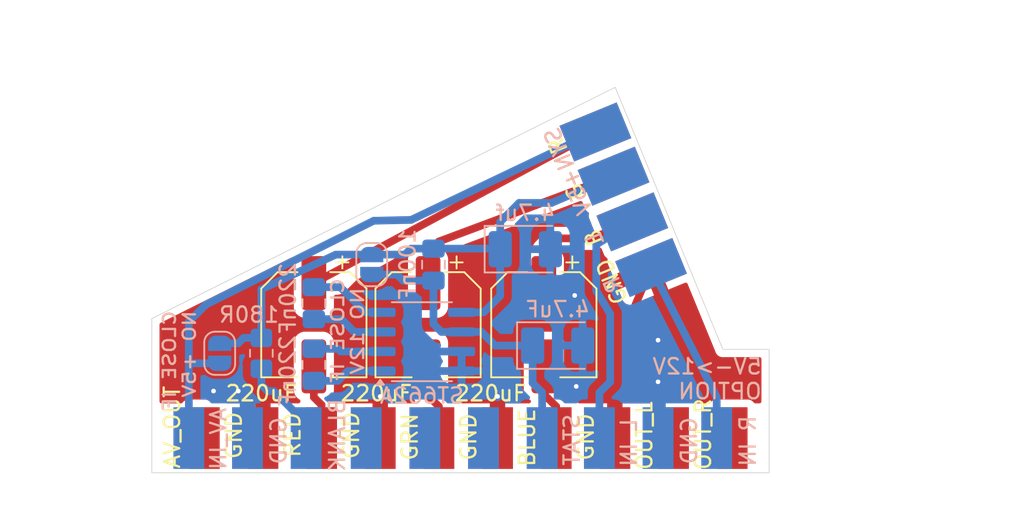
<source format=kicad_pcb>
(kicad_pcb (version 20240108) (generator "pcbnew") (generator_version "8.0")
  (layers (0 "F.Cu" signal) (31 "B.Cu" signal) (34 "B.Paste" user) (35 "F.Paste" user) (36 "B.SilkS" user "B.Silkscreen") (37 "F.SilkS" user "F.Silkscreen") (38 "B.Mask" user) (39 "F.Mask" user) (44 "Edge.Cuts" user))
  (net 0 "")
  (net 1 "/RED_IN")
  (net 2 "/RGB_RED")
  (net 3 "/RGB_GREEN")
  (net 4 "/GREEN_IN")
  (net 5 "/RGB_BLUE")
  (net 6 "/BLUE_IN")
  (net 7 "Net-(U1-C1+)")
  (net 8 "Net-(U1-C1-)")
  (net 9 "Net-(U1-C2+)")
  (net 10 "Net-(U1-C2-)")
  (net 11 "+5V")
  (net 12 "/STATUS_ASPECT")
  (net 13 "GND")
  (net 14 "/AUDIO_IN_R")
  (net 15 "/COMPOSITE_VIDEO_OUT")
  (net 17 "/AUDIO_OUT_R")
  (net 18 "/AUDIO_IN_L_MONO")
  (net 19 "/AUDIO_OUT_L_MONO")
  (net 20 "/COMPOSITE_VIDEO_IN")
  (net 23 "/BLANKING")
  (footprint "Capacitor_SMD:CP_Elec_6.3x3.9" (layer "F.Cu") (at 90.9 93.9 -90)
    (property "Reference" "C2")
    (property "Value" "220uF" (at 4.45 3.35 180) (layer "F.SilkS"))
    (fp_line (start -2.345563 3.41) (end 3.41 3.41) (stroke (width 0.12)) (layer "F.SilkS"))
    (fp_line (start 3.41 3.41) (end 3.41 1.06) (stroke (width 0.12)) (layer "F.SilkS"))
    (fp_line (start -3.41 2.345563) (end -2.345563 3.41) (stroke (width 0.12)) (layer "F.SilkS"))
    (fp_line (start -3.41 2.345563) (end -3.41 1.06) (stroke (width 0.12)) (layer "F.SilkS"))
    (fp_line (start -4.4375 -1.8475) (end -3.65 -1.8475) (stroke (width 0.12)) (layer "F.SilkS"))
    (fp_line (start -4.04375 -2.24125) (end -4.04375 -1.45375) (stroke (width 0.12)) (layer "F.SilkS"))
    (fp_line (start -3.41 -2.345563) (end -3.41 -1.06) (stroke (width 0.12)) (layer "F.SilkS"))
    (fp_line (start -3.41 -2.345563) (end -2.345563 -3.41) (stroke (width 0.12)) (layer "F.SilkS"))
    (fp_line (start -2.345563 -3.41) (end 3.41 -3.41) (stroke (width 0.12)) (layer "F.SilkS"))
    (fp_line (start 3.41 -3.41) (end 3.41 -1.06) (stroke (width 0.12)) (layer "F.SilkS"))
    (pad "1" smd roundrect (at -2.7 0 270) (size 3.5 1.6) (layers "F.Cu" "F.Paste" "F.Mask") (roundrect_rratio 0.15625) (net 4 "/GREEN_IN"))
    (pad "2" smd roundrect (at 2.7 0 270) (size 3.5 1.6) (layers "F.Cu" "F.Paste" "F.Mask") (roundrect_rratio 0.15625) (net 3 "/RGB_GREEN"))
  )
  (footprint "Capacitor_SMD:CP_Elec_6.3x3.9" (layer "F.Cu") (at 83.5 93.9 -90)
    (property "Reference" "C1")
    (property "Value" "220uF" (at 4.45 3.4 180) (layer "F.SilkS"))
    (fp_line (start -2.345563 3.41) (end 3.41 3.41) (stroke (width 0.12)) (layer "F.SilkS"))
    (fp_line (start 3.41 3.41) (end 3.41 1.06) (stroke (width 0.12)) (layer "F.SilkS"))
    (fp_line (start -3.41 2.345563) (end -2.345563 3.41) (stroke (width 0.12)) (layer "F.SilkS"))
    (fp_line (start -3.41 2.345563) (end -3.41 1.06) (stroke (width 0.12)) (layer "F.SilkS"))
    (fp_line (start -4.4375 -1.8475) (end -3.65 -1.8475) (stroke (width 0.12)) (layer "F.SilkS"))
    (fp_line (start -4.04375 -2.24125) (end -4.04375 -1.45375) (stroke (width 0.12)) (layer "F.SilkS"))
    (fp_line (start -3.41 -2.345563) (end -3.41 -1.06) (stroke (width 0.12)) (layer "F.SilkS"))
    (fp_line (start -3.41 -2.345563) (end -2.345563 -3.41) (stroke (width 0.12)) (layer "F.SilkS"))
    (fp_line (start -2.345563 -3.41) (end 3.41 -3.41) (stroke (width 0.12)) (layer "F.SilkS"))
    (fp_line (start 3.41 -3.41) (end 3.41 -1.06) (stroke (width 0.12)) (layer "F.SilkS"))
    (pad "1" smd roundrect (at -2.7 0 270) (size 3.5 1.6) (layers "F.Cu" "F.Paste" "F.Mask") (roundrect_rratio 0.15625) (net 1 "/RED_IN"))
    (pad "2" smd roundrect (at 2.7 0 270) (size 3.5 1.6) (layers "F.Cu" "F.Paste" "F.Mask") (roundrect_rratio 0.15625) (net 2 "/RGB_RED"))
  )
  (footprint "SCART:SCART_Cutdown" (layer "F.Cu") (at 76.39 103.25)
    (property "Reference" "J1")
    (property "Value" "SCART-F")
    (pad "1" smd rect (at 34.21 -2) (size 2 4) (layers "F.Cu" "F.Paste" "F.Mask") (net 17 "/AUDIO_OUT_R"))
    (pad "2" smd rect (at 33.21 -2) (size 2 4) (layers "B.Cu" "B.Paste" "B.Mask") (net 14 "/AUDIO_IN_R"))
    (pad "3" smd rect (at 30.41 -2) (size 2 4) (layers "F.Cu" "F.Paste" "F.Mask") (net 19 "/AUDIO_OUT_L_MONO"))
    (pad "4" smd rect (at 29.41 -2) (size 2 4) (layers "B.Cu" "B.Paste" "B.Mask") (net 13 "GND"))
    (pad "5" smd rect (at 26.61 -2) (size 2 4) (layers "F.Cu" "F.Paste" "F.Mask") (net 13 "GND"))
    (pad "6" smd rect (at 25.61 -2) (size 2 4) (layers "B.Cu" "B.Paste" "B.Mask") (net 18 "/AUDIO_IN_L_MONO"))
    (pad "7" smd rect (at 22.81 -2) (size 2 4) (layers "F.Cu" "F.Paste" "F.Mask") (net 5 "/RGB_BLUE"))
    (pad "8" smd rect (at 21.9 -2) (size 2 4) (layers "B.Cu" "B.Paste" "B.Mask") (net 12 "/STATUS_ASPECT"))
    (pad "9" smd rect (at 19.01 -2) (size 2 4) (layers "F.Cu" "F.Paste" "F.Mask") (net 13 "GND"))
    (pad "10" smd rect (at 18.1 -2) (size 2 4) (layers "B.Cu" "B.Paste" "B.Mask"))
    (pad "11" smd rect (at 15.21 -2) (size 2 4) (layers "F.Cu" "F.Paste" "F.Mask") (net 3 "/RGB_GREEN"))
    (pad "12" smd rect (at 14.3 -2) (size 2 4) (layers "B.Cu" "B.Paste" "B.Mask"))
    (pad "13" smd rect (at 11.41 -2) (size 2 4) (layers "F.Cu" "F.Paste" "F.Mask") (net 13 "GND"))
    (pad "14" smd rect (at 10.5 -2) (size 2 4) (layers "B.Cu" "B.Paste" "B.Mask"))
    (pad "15" smd rect (at 7.61 -2) (size 2 4) (layers "F.Cu" "F.Paste" "F.Mask") (net 2 "/RGB_RED"))
    (pad "16" smd rect (at 6.61 -2) (size 2 4) (layers "B.Cu" "B.Paste" "B.Mask") (net 23 "/BLANKING"))
    (pad "17" smd rect (at 3.81 -2) (size 2 4) (layers "F.Cu" "F.Paste" "F.Mask") (net 13 "GND"))
    (pad "18" smd rect (at 2.81 -2) (size 2 4) (layers "B.Cu" "B.Paste" "B.Mask") (net 13 "GND"))
    (pad "19" smd rect (at 0.01 -2) (size 2 4) (layers "F.Cu" "F.Paste" "F.Mask") (net 15 "/COMPOSITE_VIDEO_OUT"))
    (pad "20" smd rect (at -0.99 -2) (size 2 4) (layers "B.Cu" "B.Paste" "B.Mask") (net 20 "/COMPOSITE_VIDEO_IN"))
  )
  (footprint "SCART:SCART_In" (layer "F.Cu") (at 97.395064 89.773123 112.3)
    (property "Reference" "J2")
    (property "Value" "SCART Cable")
    (fp_text user "SYN" (at 7.499999 5.199999 112.3) (layer "B.SilkS") (effects (justify left bottom mirror)))
    (fp_text user "+5V" (at 4.600001 5.2 112.3) (layer "B.SilkS") (effects (justify left bottom mirror)))
    (fp_text user "R" (at -2.9 5.100002 112.3) (layer "B.SilkS") (effects (justify left bottom mirror)))
    (fp_text user "L" (at 0.2 5.100001 112.3) (layer "B.SilkS") (effects (justify left bottom mirror)))
    (fp_text user "G" (at 2.4 5.1 112.3) (layer "F.SilkS") (effects (justify left bottom)))
    (fp_text user "GND" (at -4.899999 5.100001 112.3) (layer "F.SilkS") (effects (justify left bottom)))
    (fp_text user "B" (at -0.799999 5.1 112.3) (layer "F.SilkS") (effects (justify left bottom)))
    (fp_text user "R" (at 5.600001 5.200001 112.3) (layer "F.SilkS") (effects (justify left bottom)))
    (pad "1" smd rect (at 6.099999 7.2 202.3) (size 4 2.5) (layers "F.Cu" "F.Paste" "F.Mask") (net 1 "/RED_IN"))
    (pad "2" smd rect (at 3.000001 7.2 202.3) (size 4 2.5) (layers "F.Cu" "F.Paste" "F.Mask") (net 4 "/GREEN_IN"))
    (pad "3" smd rect (at -0.199999 7.200001 202.3) (size 4 2.5) (layers "F.Cu" "F.Paste" "F.Mask") (net 6 "/BLUE_IN"))
    (pad "4" smd rect (at -3.4 7.199999 202.3) (size 4 2.5) (layers "F.Cu" "F.Paste" "F.Mask") (net 13 "GND"))
    (pad "5" smd rect (at 6.099999 7.2 202.3) (size 4 2.5) (layers "B.Cu" "B.Paste" "B.Mask") (net 20 "/COMPOSITE_VIDEO_IN"))
    (pad "6" smd rect (at 3.000001 7.2 202.3) (size 4 2.5) (layers "B.Cu" "B.Paste" "B.Mask") (net 11 "+5V"))
    (pad "7" smd rect (at -0.199999 7.200001 202.3) (size 4 2.5) (layers "B.Cu" "B.Paste" "B.Mask") (net 18 "/AUDIO_IN_L_MONO"))
    (pad "8" smd rect (at -3.4 7.199999 202.3) (size 4 2.5) (layers "B.Cu" "B.Paste" "B.Mask") (net 14 "/AUDIO_IN_R"))
  )
  (footprint "Capacitor_SMD:CP_Elec_6.3x3.9" (layer "F.Cu") (at 98.4 93.9 -90)
    (property "Reference" "C3")
    (property "Value" "220uF" (at 4.45 3.45 0) (layer "F.SilkS"))
    (fp_line (start -2.345563 3.41) (end 3.41 3.41) (stroke (width 0.12)) (layer "F.SilkS"))
    (fp_line (start 3.41 3.41) (end 3.41 1.06) (stroke (width 0.12)) (layer "F.SilkS"))
    (fp_line (start -3.41 2.345563) (end -2.345563 3.41) (stroke (width 0.12)) (layer "F.SilkS"))
    (fp_line (start -3.41 2.345563) (end -3.41 1.06) (stroke (width 0.12)) (layer "F.SilkS"))
    (fp_line (start -4.4375 -1.8475) (end -3.65 -1.8475) (stroke (width 0.12)) (layer "F.SilkS"))
    (fp_line (start -4.04375 -2.24125) (end -4.04375 -1.45375) (stroke (width 0.12)) (layer "F.SilkS"))
    (fp_line (start -3.41 -2.345563) (end -3.41 -1.06) (stroke (width 0.12)) (layer "F.SilkS"))
    (fp_line (start -3.41 -2.345563) (end -2.345563 -3.41) (stroke (width 0.12)) (layer "F.SilkS"))
    (fp_line (start -2.345563 -3.41) (end 3.41 -3.41) (stroke (width 0.12)) (layer "F.SilkS"))
    (fp_line (start 3.41 -3.41) (end 3.41 -1.06) (stroke (width 0.12)) (layer "F.SilkS"))
    (pad "1" smd roundrect (at -2.7 0 270) (size 3.5 1.6) (layers "F.Cu" "F.Paste" "F.Mask") (roundrect_rratio 0.15625) (net 6 "/BLUE_IN"))
    (pad "2" smd roundrect (at 2.7 0 270) (size 3.5 1.6) (layers "F.Cu" "F.Paste" "F.Mask") (roundrect_rratio 0.15625) (net 5 "/RGB_BLUE"))
  )
  (footprint "Jumper:SolderJumper-2_P1.3mm_Open_RoundedPad1.0x1.5mm" (layer "B.Cu") (at 77.4 95.75 -90)
    (property "Reference" "JP4")
    (property "Value" "SolderJumper_2_Open")
    (fp_line (start 0.7 1) (end -0.7 1) (stroke (width 0.12)) (layer "B.SilkS"))
    (fp_line (start -1.4 0.3) (end -1.4 -0.3) (stroke (width 0.12)) (layer "B.SilkS"))
    (fp_line (start 1.4 -0.3) (end 1.4 0.3) (stroke (width 0.12)) (layer "B.SilkS"))
    (fp_line (start -0.7 -1) (end 0.7 -1) (stroke (width 0.12)) (layer "B.SilkS"))
    (fp_arc (start -0.7 1) (mid -1.194975 0.794975) (end -1.4 0.3) (stroke (width 0.12)) (layer "B.SilkS"))
    (fp_arc (start 1.4 0.3) (mid 1.194975 0.794975) (end 0.7 1) (stroke (width 0.12)) (layer "B.SilkS"))
    (fp_arc (start -1.4 -0.3) (mid -1.194975 -0.794975) (end -0.7 -1) (stroke (width 0.12)) (layer "B.SilkS"))
    (fp_arc (start 0.7 -1) (mid 1.194975 -0.794975) (end 1.4 -0.3) (stroke (width 0.12)) (layer "B.SilkS"))
    (pad "1" smd custom (at -0.65 0 270) (size 1 0.5) (layers "B.Cu" "B.Mask") (net 11 "+5V") (options (clearance outline) (anchor rect)) (primitives (gr_circle (center 0 -0.25) (end 0.5 -0.25) (width 0) (fill yes)) (gr_circle (center 0 0.25) (end 0.5 0.25) (width 0) (fill yes)) (gr_poly (pts (xy 0.5 -0.75) (xy 0 -0.75) (xy 0 0.75) (xy 0.5 0.75)) (width 0) (fill yes))))
    (pad "2" smd custom (at 0.65 0 270) (size 1 0.5) (layers "B.Cu" "B.Mask") (net 20 "/COMPOSITE_VIDEO_IN") (options (clearance outline) (anchor rect)) (primitives (gr_circle (center 0 -0.25) (end 0.5 -0.25) (width 0) (fill yes)) (gr_circle (center 0 0.25) (end 0.5 0.25) (width 0) (fill yes)) (gr_poly (pts (xy 0 -0.75) (xy -0.5 -0.75) (xy -0.5 0.75) (xy 0 0.75)) (width 0) (fill yes))))
  )
  (footprint "Jumper:SolderJumper-2_P1.3mm_Open_RoundedPad1.0x1.5mm" (layer "B.Cu") (at 87.25 90 90)
    (property "Reference" "JP5")
    (property "Value" "SolderJumper_2_Open")
    (fp_line (start -0.7 -1) (end 0.7 -1) (stroke (width 0.12)) (layer "B.SilkS"))
    (fp_line (start 1.4 -0.3) (end 1.4 0.3) (stroke (width 0.12)) (layer "B.SilkS"))
    (fp_line (start -1.4 0.3) (end -1.4 -0.3) (stroke (width 0.12)) (layer "B.SilkS"))
    (fp_line (start 0.7 1) (end -0.7 1) (stroke (width 0.12)) (layer "B.SilkS"))
    (fp_arc (start 0.7 -1) (mid 1.194975 -0.794975) (end 1.4 -0.3) (stroke (width 0.12)) (layer "B.SilkS"))
    (fp_arc (start -1.4 -0.3) (mid -1.194975 -0.794975) (end -0.7 -1) (stroke (width 0.12)) (layer "B.SilkS"))
    (fp_arc (start 1.4 0.3) (mid 1.194975 0.794975) (end 0.7 1) (stroke (width 0.12)) (layer "B.SilkS"))
    (fp_arc (start -0.7 1) (mid -1.194975 0.794975) (end -1.4 0.3) (stroke (width 0.12)) (layer "B.SilkS"))
    (pad "1" smd custom (at -0.65 0 90) (size 1 0.5) (layers "B.Cu" "B.Mask") (net 12 "/STATUS_ASPECT") (options (clearance outline) (anchor rect)) (primitives (gr_circle (center 0 -0.25) (end 0.5 -0.25) (width 0) (fill yes)) (gr_circle (center 0 0.25) (end 0.5 0.25) (width 0) (fill yes)) (gr_poly (pts (xy 0.5 -0.75) (xy 0 -0.75) (xy 0 0.75) (xy 0.5 0.75)) (width 0) (fill yes))))
    (pad "2" smd custom (at 0.65 0 90) (size 1 0.5) (layers "B.Cu" "B.Mask") (net 11 "+5V") (options (clearance outline) (anchor rect)) (primitives (gr_circle (center 0 -0.25) (end 0.5 -0.25) (width 0) (fill yes)) (gr_circle (center 0 0.25) (end 0.5 0.25) (width 0) (fill yes)) (gr_poly (pts (xy 0 -0.75) (xy -0.5 -0.75) (xy -0.5 0.75) (xy 0 0.75)) (width 0) (fill yes))))
  )
  (footprint "Capacitor_SMD:C_0805_2012Metric_Pad1.18x1.45mm_HandSolder" (layer "B.Cu") (at 83.5 92.5 90)
    (property "Reference" "C5")
    (property "Value" "220nF" (at 0.3 -1.68 90) (layer "B.SilkS") (effects (justify mirror)))
    (fp_line (start 0.261252 -0.735) (end -0.261252 -0.735) (stroke (width 0.12)) (layer "B.SilkS"))
    (fp_line (start 0.261252 0.735) (end -0.261252 0.735) (stroke (width 0.12)) (layer "B.SilkS"))
    (pad "1" smd roundrect (at -1.0375 0 90) (size 1.175 1.45) (layers "B.Cu" "B.Paste" "B.Mask") (roundrect_rratio 0.212766) (net 10 "Net-(U1-C2-)"))
    (pad "2" smd roundrect (at 1.0375 0 90) (size 1.175 1.45) (layers "B.Cu" "B.Paste" "B.Mask") (roundrect_rratio 0.212766) (net 9 "Net-(U1-C2+)"))
  )
  (footprint "Capacitor_Tantalum_SMD:CP_EIA-3528-21_Kemet-B_Pad1.50x2.35mm_HandSolder" (layer "B.Cu") (at 97.2 89)
    (property "Reference" "C7" (hide yes))
    (property "Value" "4.7uf" (at 0 -2.35 0) (layer "B.SilkS") (effects (justify mirror)))
    (fp_line (start -2.635 -1.51) (end -2.635 1.51) (stroke (width 0.12)) (layer "B.SilkS"))
    (fp_line (start -2.635 1.51) (end 1.75 1.51) (stroke (width 0.12)) (layer "B.SilkS"))
    (fp_line (start 1.75 -1.51) (end -2.635 -1.51) (stroke (width 0.12)) (layer "B.SilkS"))
    (pad "1" smd roundrect (at -1.625 0) (size 1.5 2.35) (layers "B.Cu" "B.Paste" "B.Mask") (roundrect_rratio 0.166667) (net 11 "+5V"))
    (pad "2" smd roundrect (at 1.625 0) (size 1.5 2.35) (layers "B.Cu" "B.Paste" "B.Mask") (roundrect_rratio 0.166667) (net 13 "GND"))
  )
  (footprint "Capacitor_SMD:C_0805_2012Metric_Pad1.18x1.45mm_HandSolder" (layer "B.Cu") (at 83.5 96.5 90)
    (property "Reference" "C4")
    (property "Value" "220nF" (at -0.4 -1.7 90) (layer "B.SilkS") (effects (justify mirror)))
    (fp_line (start 0.261252 -0.735) (end -0.261252 -0.735) (stroke (width 0.12)) (layer "B.SilkS"))
    (fp_line (start 0.261252 0.735) (end -0.261252 0.735) (stroke (width 0.12)) (layer "B.SilkS"))
    (pad "1" smd roundrect (at -1.0375 0 90) (size 1.175 1.45) (layers "B.Cu" "B.Paste" "B.Mask") (roundrect_rratio 0.212766) (net 8 "Net-(U1-C1-)"))
    (pad "2" smd roundrect (at 1.0375 0 90) (size 1.175 1.45) (layers "B.Cu" "B.Paste" "B.Mask") (roundrect_rratio 0.212766) (net 7 "Net-(U1-C1+)"))
  )
  (footprint "Capacitor_SMD:C_0805_2012Metric_Pad1.18x1.45mm_HandSolder" (layer "B.Cu") (at 91.25 90 90)
    (property "Reference" "C6")
    (property "Value" "100nF" (at 0 -1.68 90) (layer "B.SilkS") (effects (justify mirror)))
    (fp_line (start 0.261252 -0.735) (end -0.261252 -0.735) (stroke (width 0.12)) (layer "B.SilkS"))
    (fp_line (start 0.261252 0.735) (end -0.261252 0.735) (stroke (width 0.12)) (layer "B.SilkS"))
    (pad "1" smd roundrect (at -1.0375 0 90) (size 1.175 1.45) (layers "B.Cu" "B.Paste" "B.Mask") (roundrect_rratio 0.212766) (net 12 "/STATUS_ASPECT"))
    (pad "2" smd roundrect (at 1.0375 0 90) (size 1.175 1.45) (layers "B.Cu" "B.Paste" "B.Mask") (roundrect_rratio 0.212766) (net 11 "+5V"))
  )
  (footprint "Resistor_SMD:R_0805_2012Metric_Pad1.20x1.40mm_HandSolder" (layer "B.Cu") (at 80.1 95.75 90)
    (property "Reference" "R1")
    (property "Value" "180R" (at 2.5 -0.8 0) (layer "B.SilkS") (effects (justify mirror)))
    (fp_line (start 0.227064 -0.735) (end -0.227064 -0.735) (stroke (width 0.12)) (layer "B.SilkS"))
    (fp_line (start 0.227064 0.735) (end -0.227064 0.735) (stroke (width 0.12)) (layer "B.SilkS"))
    (pad "1" smd roundrect (at -1 0 90) (size 1.2 1.4) (layers "B.Cu" "B.Paste" "B.Mask") (roundrect_rratio 0.208333) (net 23 "/BLANKING"))
    (pad "2" smd roundrect (at 1 0 90) (size 1.2 1.4) (layers "B.Cu" "B.Paste" "B.Mask") (roundrect_rratio 0.208333) (net 11 "+5V"))
  )
  (footprint "Capacitor_Tantalum_SMD:CP_EIA-3528-21_Kemet-B_Pad1.50x2.35mm_HandSolder" (layer "B.Cu") (at 99.3 95.25)
    (property "Reference" "C8" (hide yes))
    (property "Value" "4.7uF" (at 0 -2.35 0) (layer "B.SilkS") (effects (justify mirror)))
    (fp_line (start -2.635 -1.51) (end -2.635 1.51) (stroke (width 0.12)) (layer "B.SilkS"))
    (fp_line (start -2.635 1.51) (end 1.75 1.51) (stroke (width 0.12)) (layer "B.SilkS"))
    (fp_line (start 1.75 -1.51) (end -2.635 -1.51) (stroke (width 0.12)) (layer "B.SilkS"))
    (pad "1" smd roundrect (at -1.625 0) (size 1.5 2.35) (layers "B.Cu" "B.Paste" "B.Mask") (roundrect_rratio 0.166667) (net 12 "/STATUS_ASPECT"))
    (pad "2" smd roundrect (at 1.625 0) (size 1.5 2.35) (layers "B.Cu" "B.Paste" "B.Mask") (roundrect_rratio 0.166667) (net 13 "GND"))
  )
  (footprint "Package_SO:SO-8_3.9x4.9mm_P1.27mm" (layer "B.Cu") (at 90.5 95)
    (property "Reference" "U1")
    (property "Value" "ST662A" (at 0 3.5 0) (layer "B.SilkS") (effects (justify mirror)))
    (fp_line (start -1.95 -2.56) (end 0 -2.56) (stroke (width 0.12)) (layer "B.SilkS"))
    (fp_line (start -1.95 2.56) (end 0 2.56) (stroke (width 0.12)) (layer "B.SilkS"))
    (fp_line (start 1.95 -2.56) (end 0 -2.56) (stroke (width 0.12)) (layer "B.SilkS"))
    (fp_line (start 1.95 2.56) (end 0 2.56) (stroke (width 0.12)) (layer "B.SilkS"))
    (fp_poly (pts (xy -2.7 2.465) (xy -2.94 2.795) (xy -2.46 2.795) (xy -2.7 2.465)) (stroke (width 0.12)) (fill solid) (layer "B.SilkS"))
    (pad "1" smd roundrect (at -2.575 1.905) (size 1.75 0.6) (layers "B.Cu" "B.Paste" "B.Mask") (net 8 "Net-(U1-C1-)"))
    (pad "2" smd roundrect (at -2.575 0.635) (size 1.75 0.6) (layers "B.Cu" "B.Paste" "B.Mask") (net 7 "Net-(U1-C1+)"))
    (pad "3" smd roundrect (at -2.575 -0.635) (size 1.75 0.6) (layers "B.Cu" "B.Paste" "B.Mask") (net 10 "Net-(U1-C2-)"))
    (pad "4" smd roundrect (at -2.575 -1.905) (size 1.75 0.6) (layers "B.Cu" "B.Paste" "B.Mask") (net 9 "Net-(U1-C2+)"))
    (pad "5" smd roundrect (at 2.575 -1.905) (size 1.75 0.6) (layers "B.Cu" "B.Paste" "B.Mask") (net 11 "+5V"))
    (pad "6" smd roundrect (at 2.575 -0.635) (size 1.75 0.6) (layers "B.Cu" "B.Paste" "B.Mask") (net 12 "/STATUS_ASPECT"))
    (pad "7" smd roundrect (at 2.575 0.635) (size 1.75 0.6) (layers "B.Cu" "B.Paste" "B.Mask") (net 13 "GND"))
    (pad "8" smd roundrect (at 2.575 1.905) (size 1.75 0.6) (layers "B.Cu" "B.Paste" "B.Mask") (net 13 "GND"))
  )
  (gr_poly (pts (xy 73 103.5) (xy 73 93.5) (xy 103.025353 78.5) (xy 110 95.5) (xy 113 95.5) (xy 113 103.5)) (stroke (width 0.05)) (fill none) (layer "Edge.Cuts"))
  (gr_text "AV_IN" (at 77.9 99.2 90) (layer "B.SilkS") (effects (font (size 1 1)) (justify left bottom mirror)))
  (gr_text "CLOSE IF\nNO 12V" (at 86.8 94.3 90) (layer "B.SilkS") (effects (font (size 0.8 1)) (justify bottom mirror)))
  (gr_text "GND" (at 108.4 99.8 90) (layer "B.SilkS") (effects (font (size 1 1)) (justify left bottom mirror)))
  (gr_text "5V->12V\nOPTION" (at 112.6 98.8 0) (layer "B.SilkS") (effects (font (size 1 1)) (justify left bottom mirror)))
  (gr_text "CLOSE IF\nNO +5V" (at 75.9 92.9 90) (layer "B.SilkS") (effects (font (size 0.8 0.95)) (justify left bottom mirror)))
  (gr_text "GND" (at 81.8 99.8 90) (layer "B.SilkS") (effects (font (size 1 1)) (justify left bottom mirror)))
  (gr_text "BLANK" (at 85.6 98.6 90) (layer "B.SilkS") (effects (font (size 1 1)) (justify left bottom mirror)))
  (gr_text "STAT" (at 100.8 99.6 90) (layer "B.SilkS") (effects (font (size 1 1)) (justify left bottom mirror)))
  (gr_text "L IN" (at 104.5 99.9 90) (layer "B.SilkS") (effects (font (size 1 1)) (justify left bottom mirror)))
  (gr_text "R IN" (at 112.2 99.7 90) (layer "B.SilkS") (effects (font (size 1 1)) (justify left bottom mirror)))
  (gr_text "GND" (at 101.7 102.8 90) (layer "F.SilkS") (effects (font (size 1 1)) (justify left bottom)))
  (gr_text "RED" (at 82.7 102.6 90) (layer "F.SilkS") (effects (font (size 1 1)) (justify left bottom)))
  (gr_text "AV_OUT" (at 74.9 103.3 90) (layer "F.SilkS") (effects (font (size 1 1)) (justify left bottom)))
  (gr_text "BLUE" (at 97.9 103.2 90) (layer "F.SilkS") (effects (font (size 1 1)) (justify left bottom)))
  (gr_text "GRN" (at 90.3 102.8 90) (layer "F.SilkS") (effects (font (size 1 1)) (justify left bottom)))
  (gr_text "OUT_R" (at 109.3 103.4 90) (layer "F.SilkS") (effects (font (size 1 1)) (justify left bottom)))
  (gr_text "GND" (at 86.5 102.7 90) (layer "F.SilkS") (effects (font (size 1 1)) (justify left bottom)))
  (gr_text "GND" (at 78.9 102.7 90) (layer "F.SilkS") (effects (font (size 1 1)) (justify left bottom)))
  (gr_text "GND" (at 94.1 102.8 90) (layer "F.SilkS") (effects (font (size 1 1)) (justify left bottom)))
  (gr_text "OUT_L" (at 105.5 103.4 90) (layer "F.SilkS") (effects (font (size 1 1)) (justify left bottom)))
  (segment (start 101.741892 81.39726) (end 83.5 91.2) (width 0.5) (layer "F.Cu") (net 1))
  (segment (start 83.5 98.6) (end 83.5 96.6) (width 0.5) (layer "F.Cu") (net 2))
  (segment (start 84 99.1) (end 83.5 98.6) (width 0.5) (layer "F.Cu") (net 2))
  (segment (start 84 101.25) (end 84 99.1) (width 0.5) (layer "F.Cu") (net 2))
  (segment (start 91.6 99.2) (end 90.9 98.5) (width 0.5) (layer "F.Cu") (net 3))
  (segment (start 90.9 98.5) (end 90.9 96.6) (width 0.5) (layer "F.Cu") (net 3))
  (segment (start 91.75 101.1) (end 91.6 101.25) (width 0.5) (layer "F.Cu") (net 3))
  (segment (start 91.6 101.25) (end 91.6 99.2) (width 0.5) (layer "F.Cu") (net 3))
  (segment (start 102.918205 84.265409) (end 91.6 88.5) (width 0.5) (layer "F.Cu") (net 4))
  (segment (start 90.9 91.2) (end 90.9 89.2) (width 0.5) (layer "F.Cu") (net 4))
  (segment (start 90.9 89.2) (end 91.6 88.5) (width 0.5) (layer "F.Cu") (net 4))
  (segment (start 99.25 101.2) (end 99.2 101.25) (width 0.5) (layer "F.Cu") (net 5))
  (segment (start 98.4 98.4) (end 98.4 96.6) (width 0.5) (layer "F.Cu") (net 5))
  (segment (start 99.2 99.2) (end 98.4 98.4) (width 0.5) (layer "F.Cu") (net 5))
  (segment (start 99.2 101.25) (end 99.2 99.2) (width 0.5) (layer "F.Cu") (net 5))
  (segment (start 104.132466 87.226079) (end 101.5 88.3) (width 0.5) (layer "F.Cu") (net 6))
  (segment (start 98.4 91.2) (end 98.4 89.05) (width 0.5) (layer "F.Cu") (net 6))
  (segment (start 99.15 88.3) (end 101.5 88.3) (width 0.5) (layer "F.Cu") (net 6))
  (segment (start 98.4 89.05) (end 99.15 88.3) (width 0.5) (layer "F.Cu") (net 6))
  (segment (start 85.235 95.635) (end 85.0625 95.4625) (width 0.5) (layer "B.Cu") (net 7))
  (segment (start 85.0625 95.4625) (end 83.5 95.4625) (width 0.5) (layer "B.Cu") (net 7))
  (segment (start 87.925 95.635) (end 85.235 95.635) (width 0.5) (layer "B.Cu") (net 7))
  (segment (start 87.925 96.905) (end 85.695 96.905) (width 0.5) (layer "B.Cu") (net 8))
  (segment (start 85.695 96.905) (end 85.0625 97.5375) (width 0.5) (layer "B.Cu") (net 8))
  (segment (start 85.0625 97.5375) (end 83.5 97.5375) (width 0.5) (layer "B.Cu") (net 8))
  (segment (start 85.2125 91.4625) (end 83.5 91.4625) (width 0.5) (layer "B.Cu") (net 9))
  (segment (start 87.925 93.095) (end 86.845 93.095) (width 0.5) (layer "B.Cu") (net 9))
  (segment (start 86.845 93.095) (end 85.2125 91.4625) (width 0.5) (layer "B.Cu") (net 9))
  (segment (start 87.925 94.365) (end 86.115 94.365) (width 0.5) (layer "B.Cu") (net 10))
  (segment (start 85.2875 93.5375) (end 83.5 93.5375) (width 0.5) (layer "B.Cu") (net 10))
  (segment (start 86.115 94.365) (end 85.2875 93.5375) (width 0.5) (layer "B.Cu") (net 10))
  (segment (start 95.575 87.225) (end 95.575 89) (width 0.5) (layer "B.Cu") (net 11))
  (segment (start 95.575 92.025) (end 95.575 89) (width 0.5) (layer "B.Cu") (net 11))
  (segment (start 78.6 95.1) (end 78.95 94.75) (width 0.5) (layer "B.Cu") (net 11))
  (segment (start 77.4 95.1) (end 78.6 95.1) (width 0.5) (layer "B.Cu") (net 11))
  (segment (start 80.1 94.75) (end 80.1 91.6) (width 0.5) (layer "B.Cu") (net 11))
  (segment (start 84.924876 89.35) (end 87.25 89.35) (width 0.5) (layer "B.Cu") (net 11))
  (segment (start 93.075 93.095) (end 94.505 93.095) (width 0.5) (layer "B.Cu") (net 11))
  (segment (start 102.918205 84.265409) (end 98.9 86) (width 0.5) (layer "B.Cu") (net 11))
  (segment (start 96.8 86) (end 95.575 87.225) (width 0.5) (layer "B.Cu") (net 11))
  (segment (start 89.4 89.35) (end 89.7875 88.9625) (width 0.5) (layer "B.Cu") (net 11))
  (segment (start 98.9 86) (end 96.8 86) (width 0.5) (layer "B.Cu") (net 11))
  (segment (start 89.7875 88.9625) (end 91.25 88.9625) (width 0.5) (layer "B.Cu") (net 11))
  (segment (start 91.25 88.9625) (end 95.5375 88.9625) (width 0.5) (layer "B.Cu") (net 11))
  (segment (start 84.924876 89.35) (end 80.1 91.6) (width 0.5) (layer "B.Cu") (net 11))
  (segment (start 78.95 94.75) (end 80.1 94.75) (width 0.5) (layer "B.Cu") (net 11))
  (segment (start 94.505 93.095) (end 95.575 92.025) (width 0.5) (layer "B.Cu") (net 11))
  (segment (start 87.25 89.35) (end 89.4 89.35) (width 0.5) (layer "B.Cu") (net 11))
  (segment (start 87.25 90.65) (end 88.9 90.65) (width 0.5) (layer "B.Cu") (net 12))
  (segment (start 93.075 94.365) (end 94.365 94.365) (width 0.5) (layer "B.Cu") (net 12))
  (segment (start 97.675 95.25) (end 97.675 97.675) (width 0.5) (layer "B.Cu") (net 12))
  (segment (start 97.675 97.675) (end 98.29 98.29) (width 0.5) (layer "B.Cu") (net 12))
  (segment (start 98.29 98.29) (end 98.29 101.25) (width 0.5) (layer "B.Cu") (net 12))
  (segment (start 93.075 94.365) (end 91.765 94.365) (width 0.5) (layer "B.Cu") (net 12))
  (segment (start 88.9 90.65) (end 89.2875 91.0375) (width 0.5) (layer "B.Cu") (net 12))
  (segment (start 95.25 95.25) (end 97.675 95.25) (width 0.5) (layer "B.Cu") (net 12))
  (segment (start 89.2875 91.0375) (end 91.25 91.0375) (width 0.5) (layer "B.Cu") (net 12))
  (segment (start 94.365 94.365) (end 95.25 95.25) (width 0.5) (layer "B.Cu") (net 12))
  (segment (start 91.25 93.85) (end 91.25 91.0375) (width 0.5) (layer "B.Cu") (net 12))
  (segment (start 91.765 94.365) (end 91.25 93.85) (width 0.5) (layer "B.Cu") (net 12))
  (segment (start 105.8 90.640028) (end 105.346724 90.186752) (width 1) (layer "F.Cu") (net 13))
  (segment (start 87.8 101.25) (end 87.8 98.55) (width 1) (layer "F.Cu") (net 13))
  (segment (start 106.2 92.3) (end 105.346724 90.186752) (width 1) (layer "F.Cu") (net 13))
  (segment (start 105.346724 90.186752) (end 102.7 91.3) (width 1) (layer "F.Cu") (net 13))
  (segment (start 95.4 101.25) (end 95.4 98.55) (width 1) (layer "F.Cu") (net 13))
  (segment (start 80.2 101.25) (end 80.2 98.2) (width 1) (layer "F.Cu") (net 13))
  (segment (start 103 101.25) (end 103 98.4) (width 1) (layer "F.Cu") (net 13))
  (via (at 78.606497 98.2) (size 0.6) (drill 0.3) (layers "F.Cu" "B.Cu") (net 13))
  (via (at 100.5 97.9) (size 0.6) (drill 0.3) (layers "F.Cu" "B.Cu") (net 13))
  (via (at 100.4 92) (size 0.6) (drill 0.3) (layers "F.Cu" "B.Cu") (net 13))
  (via (at 77 98.2) (size 0.6) (drill 0.3) (layers "F.Cu" "B.Cu") (net 13))
  (via (at 87.8 98.55) (size 0.6) (drill 0.3) (layers "F.Cu" "B.Cu") (net 13))
  (via (at 105.8 94.9) (size 0.6) (drill 0.3) (layers "F.Cu" "B.Cu") (net 13))
  (via (at 95.4 98.55) (size 0.6) (drill 0.3) (layers "F.Cu" "B.Cu") (net 13))
  (via (at 105.8 97.6) (size 0.6) (drill 0.3) (layers "F.Cu" "B.Cu") (net 13))
  (segment (start 79.2 98.793503) (end 79.2 101.25) (width 1) (layer "B.Cu") (net 13))
  (segment (start 93.075 95.635) (end 93.075 96.905) (width 0.5) (layer "B.Cu") (net 13))
  (segment (start 100.9 95.275) (end 100.925 95.25) (width 1) (layer "B.Cu") (net 13))
  (segment (start 93.075 96.905) (end 93.075 98.525) (width 0.5) (layer "B.Cu") (net 13))
  (segment (start 105.8 101.25) (end 105.8 98.5) (width 1) (layer "B.Cu") (net 13))
  (segment (start 105.346724 90.186752) (end 109.6 98.6) (width 0.5) (layer "B.Cu") (net 14))
  (segment (start 109.6 98.6) (end 109.6 101.25) (width 0.5) (layer "B.Cu") (net 14))
  (segment (start 102.7 97.6) (end 102.7 93.2) (width 0.5) (layer "B.Cu") (net 18))
  (segment (start 104.132466 87.226079) (end 101.8 88.7) (width 0.5) (layer "B.Cu") (net 18))
  (segment (start 102 98.3) (end 102.7 97.6) (width 0.5) (layer "B.Cu") (net 18))
  (segment (start 101.8 88.7) (end 101.8 91.7) (width 0.5) (layer "B.Cu") (net 18))
  (segment (start 101.8 91.7) (end 102.7 93.2) (width 0.5) (layer "B.Cu") (net 18))
  (segment (start 102 101.25) (end 102 98.3) (width 0.5) (layer "B.Cu") (net 18))
  (segment (start 75.4 101.25) (end 75.4 93.7) (width 0.5) (layer "B.Cu") (net 20))
  (segment (start 76.5 92.6) (end 87.377729 87.15559) (width 0.5) (layer "B.Cu") (net 20))
  (segment (start 89.8 87.1) (end 87.377729 87.15559) (width 0.5) (layer "B.Cu") (net 20))
  (segment (start 75.4 93.7) (end 76.5 92.6) (width 0.5) (layer "B.Cu") (net 20))
  (segment (start 101.741892 81.39726) (end 89.8 87.1) (width 0.5) (layer "B.Cu") (net 20))
  (segment (start 75.55 96.4) (end 77.4 96.4) (width 0.5) (layer "B.Cu") (net 20))
  (segment (start 80.9 98.2) (end 80.5 98.2) (width 0.5) (layer "B.Cu") (net 23))
  (segment (start 80.5 98.2) (end 80.1 97.8) (width 0.5) (layer "B.Cu") (net 23))
  (segment (start 83 101.25) (end 83 100.3) (width 0.5) (layer "B.Cu") (net 23))
  (segment (start 80.1 97.8) (end 80.1 96.75) (width 0.5) (layer "B.Cu") (net 23))
  (segment (start 83 100.3) (end 80.9 98.2) (width 0.5) (layer "B.Cu") (net 23))
  (zone (net 13) (net_name "GND") (layers "F&B.Cu") (connect_pads (clearance 0.5)) (min_thickness 0.25) (fill yes (thermal_gap 0.5) (thermal_bridge_width 0.5))
    (polygon (pts (xy 113.5 104) (xy 113.5 78) (xy 72.5 78) (xy 72.5 104)))
  )
  (zone (net 0) (net_name "") (layers "F&B.Cu") (name "Exclude GND Fill") (connect_pads (clearance 0)) (min_thickness 0.25)
    (keepout (tracks allowed) (vias allowed) (pads allowed) (copperpour not_allowed) (footprints allowed))
    (fill (thermal_gap 0.5) (thermal_bridge_width 0.5))
    (polygon (pts (xy 113.9 104.3) (xy 72 104.3) (xy 72 99) (xy 113.9 99)))
  )
)
</source>
